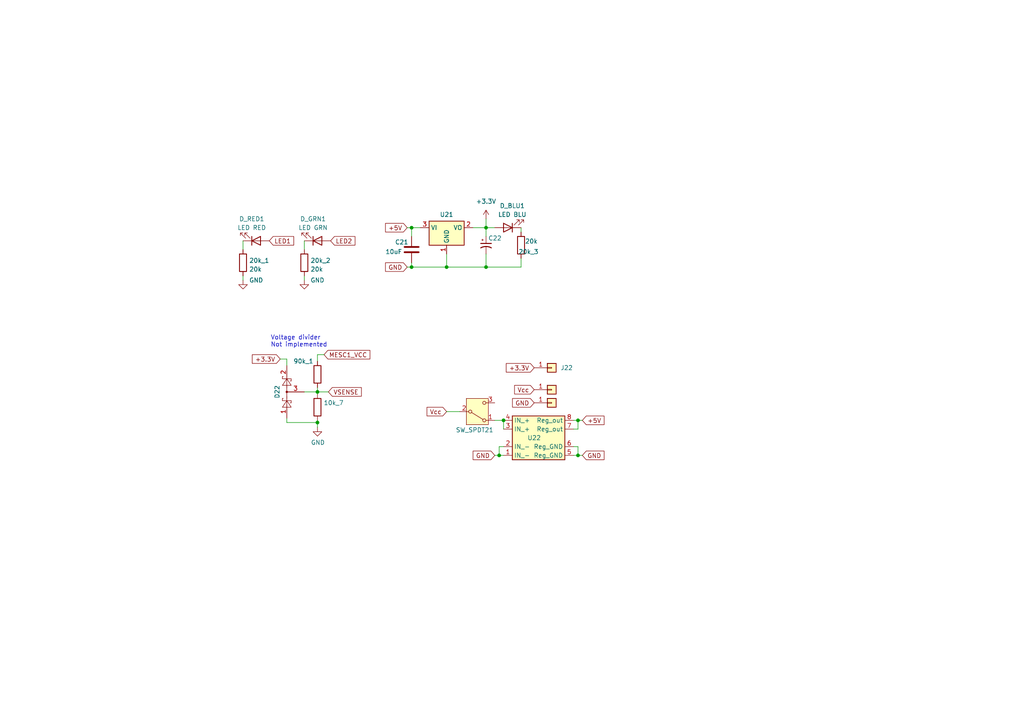
<source format=kicad_sch>
(kicad_sch (version 20231120) (generator "eeschema") (generator_version "8.0")
  (paper "A4")
  (lib_symbols
    (symbol "Connector_Generic:Conn_01x01" (pin_names (offset 1.016) hide)
      (property "Reference" "J" (at 0 2.54 0))
      (property "Value" "Conn_01x01" (at 0 -2.54 0))
      (symbol "Conn_01x01_1_1"
        (rectangle (start -1.27 0.127) (end 0 -0.127) (stroke (width 0.1524)))
        (rectangle (start -1.27 1.27) (end 1.27 -1.27) (stroke (width 0.254)) (fill (type background)))
        (pin passive line (at -5.08 0 0) (length 3.81) (name "Pin_1") (number "1"))
      )
    )
    (symbol "Device:C" (pin_numbers hide) (pin_names (offset 0.254))
      (property "Reference" "C" (at 0.635 2.54 0))
      (property "Value" "C" (at 0.635 -2.54 0))
      (symbol "C_0_1"
        (polyline (pts (xy -2.032 -0.762) (xy 2.032 -0.762)) (stroke (width 0.508)))
        (polyline (pts (xy -2.032 0.762) (xy 2.032 0.762)) (stroke (width 0.508)))
      )
      (symbol "C_1_1"
        (pin passive line (at 0 3.81 270) (length 2.794) (name "~") (number "1"))
        (pin passive line (at 0 -3.81 90) (length 2.794) (name "~") (number "2"))
      )
    )
    (symbol "Device:C_Polarized_Small_US" (pin_numbers hide) (pin_names (offset 0.254) hide)
      (property "Reference" "C" (at 0.254 1.778 0))
      (property "Value" "C_Polarized_Small_US" (at 0.254 -2.032 0))
      (symbol "C_Polarized_Small_US_0_1"
        (polyline (pts (xy -1.524 0.508) (xy 1.524 0.508)) (stroke (width 0.3048)))
        (polyline (pts (xy -1.27 1.524) (xy -0.762 1.524)))
        (polyline (pts (xy -1.016 1.27) (xy -1.016 1.778)))
        (arc (start 1.524 -0.762) (mid 0 -0.3734) (end -1.524 -0.762) (stroke (width 0.3048)))
      )
      (symbol "C_Polarized_Small_US_1_1"
        (pin passive line (at 0 2.54 270) (length 2.032) (name "~") (number "1"))
        (pin passive line (at 0 -2.54 90) (length 2.032) (name "~") (number "2"))
      )
    )
    (symbol "Device:LED" (pin_numbers hide) (pin_names (offset 1.016) hide)
      (property "Reference" "D" (at 0 2.54 0))
      (property "Value" "LED" (at 0 -2.54 0))
      (symbol "LED_0_1"
        (polyline (pts (xy -1.27 -1.27) (xy -1.27 1.27)) (stroke (width 0.254)))
        (polyline (pts (xy -1.27 0) (xy 1.27 0)))
        (polyline (pts (xy 1.27 -1.27) (xy 1.27 1.27) (xy -1.27 0) (xy 1.27 -1.27)) (stroke (width 0.254)))
        (polyline (pts (xy -3.048 -0.762) (xy -4.572 -2.286) (xy -3.81 -2.286) (xy -4.572 -2.286) (xy -4.572 -1.524)))
        (polyline (pts (xy -1.778 -0.762) (xy -3.302 -2.286) (xy -2.54 -2.286) (xy -3.302 -2.286) (xy -3.302 -1.524)))
      )
      (symbol "LED_1_1"
        (pin passive line (at -3.81 0 0) (length 2.54) (name "K") (number "1"))
        (pin passive line (at 3.81 0 180) (length 2.54) (name "A") (number "2"))
      )
    )
    (symbol "Device:R" (pin_numbers hide) (pin_names (offset 0))
      (property "Reference" "R" (at 2.032 0 90))
      (property "Value" "R" (at 0 0 90))
      (symbol "R_0_1"
        (rectangle (start -1.016 -2.54) (end 1.016 2.54) (stroke (width 0.254)))
      )
      (symbol "R_1_1"
        (pin passive line (at 0 3.81 270) (length 1.27) (name "~") (number "1"))
        (pin passive line (at 0 -3.81 90) (length 1.27) (name "~") (number "2"))
      )
    )
    (symbol "Regulator_Linear:LD1117S18TR_SOT223"
      (property "Reference" "U" (at -3.81 3.175 0))
      (property "Value" "LD1117S18TR_SOT223" (at 0 3.175 0))
      (symbol "LD1117S18TR_SOT223_0_1"
        (rectangle (start -5.08 -5.08) (end 5.08 1.905) (stroke (width 0.254)) (fill (type background)))
      )
      (symbol "LD1117S18TR_SOT223_1_1"
        (pin power_in line (at 0 -7.62 90) (length 2.54) (name "GND") (number "1"))
        (pin power_out line (at 7.62 0 180) (length 2.54) (name "VO") (number "2"))
        (pin power_in line (at -7.62 0 0) (length 2.54) (name "VI") (number "3"))
      )
    )
    (symbol "Switch:SW_SPDT" (pin_names (offset 0) hide)
      (property "Reference" "SW" (at 0 5.08 0))
      (property "Value" "SW_SPDT" (at 0 -5.08 0))
      (symbol "SW_SPDT_0_1"
        (circle (center -2.032 0) (radius 0.4572))
        (polyline (pts (xy -1.651 0.254) (xy 1.651 2.286)))
        (circle (center 2.032 -2.54) (radius 0.4572))
        (circle (center 2.032 2.54) (radius 0.4572))
      )
      (symbol "SW_SPDT_1_1"
        (rectangle (start -3.175 3.81) (end 3.175 -3.81) (fill (type background)))
        (pin passive line (at 5.08 2.54 180) (length 2.54) (name "A") (number "1"))
        (pin passive line (at -5.08 0 0) (length 2.54) (name "B") (number "2"))
        (pin passive line (at 5.08 -2.54 180) (length 2.54) (name "C") (number "3"))
      )
    )
    (symbol "power:+3.3V" (power) (pin_names (offset 0))
      (property "Value" "+3.3V" (at 0 3.556 0))
      (symbol "+3.3V_0_1"
        (polyline (pts (xy -0.762 1.27) (xy 0 2.54)))
        (polyline (pts (xy 0 0) (xy 0 2.54)))
        (polyline (pts (xy 0 2.54) (xy 0.762 1.27)))
      )
      (symbol "+3.3V_1_1"
        (pin power_in line (at 0 0 90) (length 0) hide (name "+3.3V") (number "1"))
      )
    )
    (symbol "power:GND" (power) (pin_names (offset 0))
      (property "Value" "GND" (at 0 -3.81 0))
      (symbol "GND_0_1"
        (polyline (pts (xy 0 0) (xy 0 -1.27) (xy 1.27 -1.27) (xy 0 -2.54) (xy -1.27 -1.27) (xy 0 -1.27)))
      )
      (symbol "GND_1_1"
        (pin power_in line (at 0 0 270) (length 0) hide (name "GND") (number "1"))
      )
    )
    (symbol "two_motor_driver-rescue:BAT54S-Diode" (pin_names (offset 1.016))
      (property "Reference" "D" (at 0.635 -3.81 0))
      (property "Value" "Diode_BAT54S" (at -6.35 3.175 0))
      (symbol "BAT54S-Diode_0_1"
        (polyline (pts (xy -3.81 0) (xy -1.27 0)))
        (polyline (pts (xy -3.175 -1.27) (xy -3.175 -1.016)))
        (polyline (pts (xy -2.54 -1.27) (xy -3.175 -1.27)))
        (polyline (pts (xy -2.54 -1.27) (xy -2.54 1.27)))
        (polyline (pts (xy -2.54 1.27) (xy -1.905 1.27)))
        (polyline (pts (xy -1.905 0) (xy 1.905 0)))
        (polyline (pts (xy -1.905 1.27) (xy -1.905 1.016)))
        (polyline (pts (xy 1.27 0) (xy 3.81 0)))
        (polyline (pts (xy 3.175 -1.27) (xy 3.175 -1.016)))
        (polyline (pts (xy 3.81 -1.27) (xy 3.175 -1.27)))
        (polyline (pts (xy 3.81 -1.27) (xy 3.81 1.27)))
        (polyline (pts (xy 3.81 1.27) (xy 4.445 1.27)))
        (polyline (pts (xy 4.445 1.27) (xy 4.445 1.016)))
        (polyline (pts (xy -4.445 1.27) (xy -4.445 -1.27) (xy -2.54 0) (xy -4.445 1.27)))
        (polyline (pts (xy 1.905 1.27) (xy 1.905 -1.27) (xy 3.81 0) (xy 1.905 1.27)))
        (circle (center 0 0) (radius 0.254) (fill (type outline)))
      )
      (symbol "BAT54S-Diode_1_1"
        (pin passive line (at -7.62 0 0) (length 3.81) (name "~") (number "1"))
        (pin passive line (at 7.62 0 180) (length 3.81) (name "~") (number "2"))
        (pin passive line (at 0 -5.08 90) (length 5.08) (name "~") (number "3"))
      )
    )
    (symbol "two_motor_driver-rescue:GND-power" (power) (pin_names (offset 0))
      (property "Value" "power_GND" (at 0 -3.81 0))
      (symbol "GND-power_0_1"
        (polyline (pts (xy 0 0) (xy 0 -1.27) (xy 1.27 -1.27) (xy 0 -2.54) (xy -1.27 -1.27) (xy 0 -1.27)))
      )
      (symbol "GND-power_1_1"
        (pin power_in line (at 0 0 270) (length 0) hide (name "GND") (number "1"))
      )
    )
    (symbol "two_motor_driver-rescue:my_buck_boost-Regulator_Switching"
      (property "Reference" "U" (at -6.35 6.35 0))
      (property "Value" "Regulator_Switching_my_buck_boost" (at -5.08 7.62 0))
      (symbol "my_buck_boost-Regulator_Switching_0_1"
        (rectangle (start -7.62 5.08) (end 7.62 -7.62) (stroke (width 0.254)) (fill (type background)))
      )
      (symbol "my_buck_boost-Regulator_Switching_1_1"
        (pin open_emitter line (at -10.16 3.81 0) (length 2.54) (name "IN_-") (number "1"))
        (pin power_in line (at -10.16 1.27 0) (length 2.54) (name "IN_-") (number "2"))
        (pin power_out line (at -10.16 -3.81 0) (length 2.54) (name "IN_+") (number "3"))
        (pin power_in line (at -10.16 -6.35 0) (length 2.54) (name "IN_+") (number "4"))
        (pin power_out line (at 10.16 3.81 180) (length 2.54) (name "Reg_GND") (number "5"))
        (pin power_out line (at 10.16 1.27 180) (length 2.54) (name "Reg_GND") (number "6"))
        (pin power_out line (at 10.16 -3.81 180) (length 2.54) (name "Reg_out") (number "7"))
        (pin power_out line (at 10.16 -6.35 180) (length 2.54) (name "Reg_out") (number "8"))
      )
    )
  )
  (junction (at 129.54 77.47))
  (junction (at 167.64 132.08))
  (junction (at 144.78 132.08))
  (junction (at 167.64 121.92))
  (junction (at 92.075 113.665))
  (junction (at 140.97 66.04))
  (junction (at 119.38 77.47))
  (junction (at 119.38 66.04))
  (junction (at 92.075 122.555))
  (junction (at 140.97 77.47))
  (junction (at 146.05 121.92))
  (wire (pts (xy 151.13 66.04) (xy 151.13 67.31)))
  (wire (pts (xy 118.11 77.47) (xy 119.38 77.47)))
  (wire (pts (xy 92.075 122.555) (xy 92.075 123.952)))
  (wire (pts (xy 70.485 81.28) (xy 70.485 80.01)))
  (wire (pts (xy 83.185 122.555) (xy 92.075 122.555)))
  (wire (pts (xy 83.185 106.045) (xy 83.185 104.14)))
  (wire (pts (xy 140.97 66.04) (xy 143.51 66.04)))
  (wire (pts (xy 167.64 132.08) (xy 168.91 132.08)))
  (wire (pts (xy 119.38 66.04) (xy 121.92 66.04)))
  (wire (pts (xy 146.05 129.54) (xy 144.78 129.54)))
  (wire (pts (xy 167.64 124.46) (xy 167.64 121.92)))
  (wire (pts (xy 119.38 66.04) (xy 119.38 68.58)))
  (wire (pts (xy 88.265 113.665) (xy 92.075 113.665)))
  (wire (pts (xy 146.05 124.46) (xy 146.05 121.92)))
  (wire (pts (xy 168.91 121.92) (xy 167.64 121.92)))
  (wire (pts (xy 119.38 77.47) (xy 129.54 77.47)))
  (wire (pts (xy 144.78 129.54) (xy 144.78 132.08)))
  (wire (pts (xy 167.64 129.54) (xy 167.64 132.08)))
  (wire (pts (xy 140.97 77.47) (xy 151.13 77.47)))
  (wire (pts (xy 118.11 66.04) (xy 119.38 66.04)))
  (wire (pts (xy 92.075 113.665) (xy 92.075 114.3)))
  (wire (pts (xy 166.37 132.08) (xy 167.64 132.08)))
  (wire (pts (xy 70.485 69.85) (xy 70.485 72.39)))
  (wire (pts (xy 151.13 74.93) (xy 151.13 77.47)))
  (wire (pts (xy 88.265 81.28) (xy 88.265 80.01)))
  (wire (pts (xy 166.37 129.54) (xy 167.64 129.54)))
  (wire (pts (xy 140.97 66.04) (xy 140.97 68.58)))
  (wire (pts (xy 88.265 69.85) (xy 88.265 72.39)))
  (wire (pts (xy 140.97 73.66) (xy 140.97 77.47)))
  (wire (pts (xy 83.185 121.285) (xy 83.185 122.555)))
  (wire (pts (xy 143.51 121.92) (xy 146.05 121.92)))
  (wire (pts (xy 92.075 113.665) (xy 95.25 113.665)))
  (wire (pts (xy 83.185 104.14) (xy 81.28 104.14)))
  (wire (pts (xy 167.64 121.92) (xy 166.37 121.92)))
  (wire (pts (xy 92.075 112.395) (xy 92.075 113.665)))
  (wire (pts (xy 146.05 132.08) (xy 144.78 132.08)))
  (wire (pts (xy 92.075 102.87) (xy 93.98 102.87)))
  (wire (pts (xy 140.97 63.5) (xy 140.97 66.04)))
  (wire (pts (xy 129.54 77.47) (xy 140.97 77.47)))
  (wire (pts (xy 137.16 66.04) (xy 140.97 66.04)))
  (wire (pts (xy 166.37 124.46) (xy 167.64 124.46)))
  (wire (pts (xy 129.54 73.66) (xy 129.54 77.47)))
  (wire (pts (xy 119.38 76.2) (xy 119.38 77.47)))
  (wire (pts (xy 143.51 132.08) (xy 144.78 132.08)))
  (wire (pts (xy 92.075 121.92) (xy 92.075 122.555)))
  (wire (pts (xy 133.35 119.38) (xy 129.54 119.38)))
  (wire (pts (xy 92.075 104.775) (xy 92.075 102.87)))
  (text "Voltage divider\nNot implemented" (at 78.486 99.06 0) (effects (font (size 1.27 1.27)) (justify left)))
  (global_label "Vcc" (shape input) (at 154.94 113.03 180) (property "Intersheetrefs" "${INTERSHEET_REFS}" (effects (hide yes))))
  (global_label "GND" (shape input) (at 143.51 132.08 180) (property "Intersheetrefs" "${INTERSHEET_REFS}" (effects (hide yes))))
  (global_label "VSENSE" (shape input) (at 95.25 113.665 0) (property "Intersheetrefs" "${INTERSHEET_REFS}" (effects (hide yes))))
  (global_label "+3.3V" (shape input) (at 154.94 106.68 180) (property "Intersheetrefs" "${INTERSHEET_REFS}" (effects (hide yes))))
  (global_label "MESC1_VCC" (shape input) (at 93.98 102.87 0) (property "Intersheetrefs" "${INTERSHEET_REFS}" (effects (hide yes))))
  (global_label "+5V" (shape input) (at 118.11 66.04 180) (property "Intersheetrefs" "${INTERSHEET_REFS}" (effects (hide yes))))
  (global_label "LED1" (shape input) (at 78.105 69.85 0) (property "Intersheetrefs" "${INTERSHEET_REFS}" (effects (hide yes))))
  (global_label "Vcc" (shape input) (at 129.54 119.38 180) (property "Intersheetrefs" "${INTERSHEET_REFS}" (effects (hide yes))))
  (global_label "+5V" (shape input) (at 168.91 121.92 0) (property "Intersheetrefs" "${INTERSHEET_REFS}" (effects (hide yes))))
  (global_label "GND" (shape input) (at 154.94 116.84 180) (property "Intersheetrefs" "${INTERSHEET_REFS}" (effects (hide yes))))
  (global_label "GND" (shape input) (at 168.91 132.08 0) (property "Intersheetrefs" "${INTERSHEET_REFS}" (effects (hide yes))))
  (global_label "+3.3V" (shape input) (at 81.28 104.14 180) (property "Intersheetrefs" "${INTERSHEET_REFS}" (effects (hide yes))))
  (global_label "GND" (shape input) (at 118.11 77.47 180) (property "Intersheetrefs" "${INTERSHEET_REFS}" (effects (hide yes))))
  (global_label "LED2" (shape input) (at 95.885 69.85 0) (property "Intersheetrefs" "${INTERSHEET_REFS}" (effects (hide yes))))
  (symbol (lib_id "Device:LED") (at 92.075 69.85 0) (mirror x) (unit 1)
    (property "Reference" "D_GRN1" (at 90.805 63.5 0))
    (property "Value" "LED GRN" (at 90.805 66.04 0))
    (property "Footprint" "LED_SMD:LED_0603_1608Metric" (effects (hide yes)))
    (property "LCSC" "C72043" (effects (hide yes)))
  )
  (symbol (lib_id "Device:R") (at 88.265 76.2 180) (unit 1)
    (property "Reference" "20k_2" (at 90.043 75.565 0) (effects (justify right)))
    (property "Value" "20k" (at 90.043 78.105 0) (effects (justify right)))
    (property "Footprint" "Resistor_SMD:R_0603_1608Metric" (effects (hide yes)))
    (property "LCSC" "C4184" (effects (hide yes)))
  )
  (symbol (lib_id "power:GND") (at 88.265 81.28 0) (mirror y) (unit 1)
    (property "Reference" "#PWR029" (effects (hide yes)))
    (property "Value" "GND" (at 92.075 81.28 0))
  )
  (symbol (lib_id "two_motor_driver-rescue:my_buck_boost-Regulator_Switching") (at 156.21 128.27 0) (mirror x) (unit 1)
    (property "Reference" "U22" (at 154.94 127 0))
    (property "Value" "my_buck_boost" (effects (hide yes)))
    (property "Footprint" "Converter_DCDC:my_buck_boost" (effects (hide yes)))
  )
  (symbol (lib_id "two_motor_driver-rescue:GND-power") (at 92.075 123.952 0) (unit 1)
    (property "Reference" "#PWR030" (effects (hide yes)))
    (property "Value" "GND" (at 92.202 128.3462 0))
  )
  (symbol (lib_id "Device:R") (at 92.075 108.585 0) (unit 1)
    (property "Reference" "90k_1" (at 85.09 104.775 0) (effects (justify left)))
    (property "Value" "90k" (effects (hide yes)))
    (property "Footprint" "Resistor_SMD:R_0603_1608Metric" (effects (hide yes)))
    (property "Group#" "13" (effects (hide yes)))
  )
  (symbol (lib_id "Device:LED") (at 74.295 69.85 0) (mirror x) (unit 1)
    (property "Reference" "D_RED1" (at 73.025 63.5 0))
    (property "Value" "LED RED" (at 73.025 66.04 0))
    (property "Footprint" "LED_SMD:LED_0603_1608Metric" (effects (hide yes)))
    (property "LCSC" "C2286" (effects (hide yes)))
  )
  (symbol (lib_id "Device:C") (at 119.38 72.39 0) (unit 1)
    (property "Reference" "C21" (at 114.554 70.231 0) (effects (justify left)))
    (property "Value" "10uF" (at 111.76 73.025 0) (effects (justify left)))
    (property "Footprint" "Capacitor_SMD:C_0805_2012Metric" (effects (hide yes)))
    (property "LCSC" "C15850" (effects (hide yes)))
  )
  (symbol (lib_id "Device:LED") (at 147.32 66.04 180) (unit 1)
    (property "Reference" "D_BLU1" (at 148.59 59.69 0))
    (property "Value" "LED BLU" (at 148.59 62.23 0))
    (property "Footprint" "LED_SMD:LED_0603_1608Metric" (effects (hide yes)))
    (property "LCSC" "C72041" (effects (hide yes)))
  )
  (symbol (lib_id "Device:R") (at 92.075 118.11 0) (unit 1)
    (property "Reference" "10k_7" (at 93.853 116.84 0) (effects (justify left)))
    (property "Value" "10k" (effects (hide yes)))
    (property "Footprint" "Resistor_SMD:R_0603_1608Metric" (effects (hide yes)))
    (property "Group#" "13" (effects (hide yes)))
  )
  (symbol (lib_id "Device:R") (at 151.13 71.12 0) (mirror x) (unit 1)
    (property "Reference" "20k_3" (at 156.21 73.025 0) (effects (justify right)))
    (property "Value" "20k" (at 155.956 69.977 0) (effects (justify right)))
    (property "Footprint" "Resistor_SMD:R_0603_1608Metric" (effects (hide yes)))
    (property "LCSC" "C4184" (effects (hide yes)))
  )
  (symbol (lib_id "power:+3.3V") (at 140.97 63.5 0) (unit 1)
    (property "Reference" "#PWR033" (effects (hide yes)))
    (property "Value" "+3.3V" (at 140.97 58.42 0))
  )
  (symbol (lib_id "two_motor_driver-rescue:BAT54S-Diode") (at 83.185 113.665 90) (unit 1)
    (property "Reference" "D22" (at 80.391 113.665 0))
    (property "Value" "BAT54S" (effects (hide yes)))
    (property "Footprint" "Package_TO_SOT_SMD:SOT-23-3" (effects (hide yes)))
    (property "Datasheet" "https://www.mouser.com/ProductDetail/ON-Semiconductor/BAT54SLT1G?qs=sGAEpiMZZMtQ8nqTKtFS%2FCKUxMvjsmGzmkUbaMfK3Po%3D" (effects (hide yes)))
    (property "P/N" "863-BAT54SLT1G" (effects (hide yes)))
    (property "Group#" "7" (effects (hide yes)))
  )
  (symbol (lib_id "Connector_Generic:Conn_01x01") (at 160.02 113.03 0) (unit 1)
    (property "Reference" "J25" (effects (hide yes)))
    (property "Value" "Conn_01x01" (effects (hide yes)))
    (property "Footprint" "Connector_Wire:SolderWire-2sqmm_1x01_D2mm_OD3.9mm" (effects (hide yes)))
    (property "Description" "Generic connector, single row, 01x01, script generated (kicad-library-utils/schlib/autogen/connector/)" (effects (hide yes)))
  )
  (symbol (lib_id "Device:R") (at 70.485 76.2 180) (unit 1)
    (property "Reference" "20k_1" (at 72.263 75.565 0) (effects (justify right)))
    (property "Value" "20k" (at 72.263 78.105 0) (effects (justify right)))
    (property "Footprint" "Resistor_SMD:R_0603_1608Metric" (effects (hide yes)))
    (property "LCSC" "C4184" (effects (hide yes)))
  )
  (symbol (lib_id "power:GND") (at 70.485 81.28 0) (mirror y) (unit 1)
    (property "Reference" "#PWR028" (effects (hide yes)))
    (property "Value" "GND" (at 74.295 81.28 0))
  )
  (symbol (lib_id "Regulator_Linear:LD1117S18TR_SOT223") (at 129.54 66.04 0) (unit 1)
    (property "Reference" "U21" (at 129.54 62.23 0))
    (property "Value" "LD1117S18TR_SOT223" (effects (hide yes)))
    (property "Footprint" "Package_TO_SOT_SMD:SOT-223-3_TabPin2" (effects (hide yes)))
    (property "Datasheet" "http://www.st.com/st-web-ui/static/active/en/resource/technical/document/datasheet/CD00000544.pdf" (effects (hide yes)))
    (property "LCSC" "C2984862" (effects (hide yes)))
  )
  (symbol (lib_id "Device:C_Polarized_Small_US") (at 140.97 71.12 0) (unit 1)
    (property "Reference" "C22" (at 141.605 69.088 0) (effects (justify left)))
    (property "Value" "C_Polarized_Small_US" (effects (hide yes)))
    (property "Footprint" "Capacitor_Tantalum_SMD:CP_EIA-3216-18_Kemet-A" (effects (hide yes)))
    (property "LCSC" "C7171" (effects (hide yes)))
  )
  (symbol (lib_id "Connector_Generic:Conn_01x01") (at 160.02 106.68 0) (unit 1)
    (property "Reference" "J22" (at 162.56 106.6799 0) (effects (justify left)))
    (property "Value" "Conn_01x01" (effects (hide yes)))
    (property "Footprint" "Connector_PinSocket_2.54mm:PinSocket_1x01_P2.54mm_Vertical" (effects (hide yes)))
    (property "Description" "Generic connector, single row, 01x01, script generated (kicad-library-utils/schlib/autogen/connector/)" (effects (hide yes)))
  )
  (symbol (lib_id "Switch:SW_SPDT") (at 138.43 119.38 0) (mirror x) (unit 1)
    (property "Reference" "SW_SPDT21" (at 137.668 124.714 0))
    (property "Value" "SW_SPDT" (effects (hide yes)))
    (property "Footprint" "Button_Switch_THT:SW_NKK_BB15AH" (effects (hide yes)))
    (property "Datasheet" "https://www.mouser.com/ProductDetail/NKK-Switches/BB16AH-FA?qs=E3XkhTW0K2HrJGK%2FHHAprQ%3D%3D" (effects (hide yes)))
  )
  (symbol (lib_id "Connector_Generic:Conn_01x01") (at 160.02 116.84 0) (unit 1)
    (property "Reference" "J24" (effects (hide yes)))
    (property "Value" "Conn_01x01" (effects (hide yes)))
    (property "Footprint" "Connector_Wire:SolderWire-2sqmm_1x01_D2mm_OD3.9mm" (effects (hide yes)))
    (property "Description" "Generic connector, single row, 01x01, script generated (kicad-library-utils/schlib/autogen/connector/)" (effects (hide yes)))
  )
)
</source>
